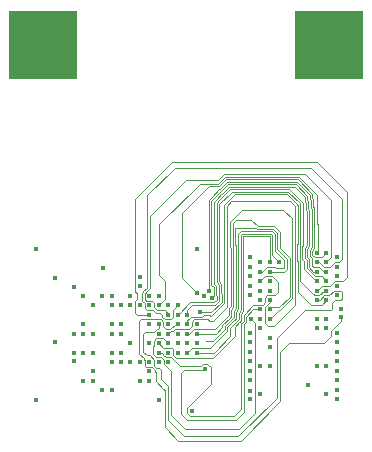
<source format=gbr>
%TF.GenerationSoftware,KiCad,Pcbnew,9.0.3*%
%TF.CreationDate,2025-08-17T15:03:40+03:00*%
%TF.ProjectId,ThingsCore-1,5468696e-6773-4436-9f72-652d312e6b69,rev?*%
%TF.SameCoordinates,Original*%
%TF.FileFunction,Copper,L3,Inr*%
%TF.FilePolarity,Positive*%
%FSLAX46Y46*%
G04 Gerber Fmt 4.6, Leading zero omitted, Abs format (unit mm)*
G04 Created by KiCad (PCBNEW 9.0.3) date 2025-08-17 15:03:40*
%MOMM*%
%LPD*%
G01*
G04 APERTURE LIST*
%TA.AperFunction,ComponentPad*%
%ADD10R,5.800000X5.800000*%
%TD*%
%TA.AperFunction,ViaPad*%
%ADD11C,0.450000*%
%TD*%
%TA.AperFunction,Conductor*%
%ADD12C,0.121700*%
%TD*%
%TA.AperFunction,Conductor*%
%ADD13C,0.100000*%
%TD*%
G04 APERTURE END LIST*
D10*
%TO.N,*%
%TO.C,U1*%
X15307328Y-15308537D03*
X39486338Y-15314455D03*
%TD*%
D11*
%TO.N,GND*%
X22700000Y-42149998D03*
X20350000Y-34200000D03*
X32800000Y-45300000D03*
X21900000Y-41350000D03*
X25100000Y-36550000D03*
X40200000Y-42100000D03*
X33700000Y-42500000D03*
X39300000Y-39300000D03*
X40200000Y-33300000D03*
X21900000Y-37350000D03*
X17950000Y-42100000D03*
X19500000Y-39750000D03*
X32800000Y-36500000D03*
X33700000Y-39300000D03*
X34500000Y-42500000D03*
X27900000Y-46300000D03*
X22700000Y-40550000D03*
X25900000Y-42149998D03*
X40200000Y-42900000D03*
X21900000Y-39750000D03*
X40200000Y-44500000D03*
X25900000Y-37350000D03*
X40200000Y-34900000D03*
X28950000Y-36550000D03*
X37700000Y-44100000D03*
X40200000Y-36500000D03*
X32800000Y-44619850D03*
X40200000Y-40500000D03*
X28300000Y-32550000D03*
X16350000Y-35000000D03*
X19500000Y-42950000D03*
X17950000Y-35800000D03*
X32800000Y-40500000D03*
X23500000Y-35750000D03*
X32800000Y-41300000D03*
X24300002Y-42950000D03*
X16350000Y-40500000D03*
X25900000Y-38950000D03*
X32800000Y-33300000D03*
X34500000Y-40900000D03*
X32800000Y-34900000D03*
X23500002Y-43750000D03*
X20300000Y-44550002D03*
X21100000Y-37350000D03*
X14700000Y-45350000D03*
X18650000Y-41400000D03*
X21100000Y-41350000D03*
X18700000Y-43750000D03*
X25100000Y-45349998D03*
X39300000Y-42500000D03*
X17900000Y-39750000D03*
X14700000Y-32550000D03*
%TO.N,3V3_VDD*%
X22700000Y-36550002D03*
X22700000Y-37349998D03*
X17900000Y-41350000D03*
X23500000Y-42150000D03*
X18700000Y-39750000D03*
X21900000Y-42150000D03*
X23500000Y-34950000D03*
X19500000Y-37350000D03*
X19500000Y-41350000D03*
X21100000Y-44550002D03*
X21100000Y-42150000D03*
X19500000Y-43750002D03*
X24299998Y-43750000D03*
%TO.N,1V25_CORE*%
X18700000Y-38950000D03*
X21900000Y-38950000D03*
X21100000Y-36550000D03*
X21100000Y-39750000D03*
X21100000Y-38950000D03*
X20300000Y-36550000D03*
X18700000Y-36550000D03*
X25100000Y-39750000D03*
%TO.N,1V35_DDR*%
X24299998Y-36550000D03*
X33700000Y-38500000D03*
X40200000Y-41300000D03*
X32800000Y-42100000D03*
X32800000Y-35700000D03*
X32800000Y-43700000D03*
X32800000Y-39700000D03*
X40200000Y-43700000D03*
X32800000Y-42900000D03*
X34500000Y-40100000D03*
X24293963Y-38942155D03*
X39300000Y-44900000D03*
X38500000Y-39300000D03*
X40200000Y-34100000D03*
X39300000Y-38500000D03*
X40200000Y-45300000D03*
X38500000Y-42500000D03*
X33700000Y-44900000D03*
X23500002Y-37350000D03*
X24300000Y-42150000D03*
X40200000Y-35700000D03*
X24273127Y-40549991D03*
X32800000Y-34100000D03*
%TO.N,/DDR3/DDR_VREF*%
X25100000Y-42150000D03*
X40200000Y-39700000D03*
X33700000Y-36900000D03*
%TO.N,/DDR3/DDR_CLK_N*%
X34500000Y-37700000D03*
X28300000Y-39750000D03*
%TO.N,/DDR3/DDR_CLK_P*%
X27500000Y-39750000D03*
X34500000Y-38500000D03*
%TO.N,/DDR3/ZQ*%
X29025000Y-42775000D03*
X33700000Y-37700000D03*
%TO.N,/DDR3/DDR_CKE*%
X32900000Y-38500000D03*
X25900000Y-40550000D03*
%TO.N,/DDR3/DDR_RESETN*%
X39300000Y-32900000D03*
X28350000Y-36300000D03*
%TO.N,/DDR3/DDR_BA1*%
X33700000Y-36100000D03*
X26700000Y-41350000D03*
%TO.N,/DDR3/DDR_RASN*%
X38500000Y-38500000D03*
X28300000Y-38950000D03*
%TO.N,/DDR3/DDR_BA0*%
X28600000Y-37950000D03*
X39300000Y-36100000D03*
%TO.N,/DDR3/DDR_A4*%
X33700000Y-35300000D03*
X25100000Y-41350000D03*
%TO.N,/DDR3/DDR_A2*%
X38500000Y-34500000D03*
X29600000Y-36700000D03*
%TO.N,/DDR3/DDR_A6*%
X33700000Y-34500000D03*
X27500000Y-41350000D03*
%TO.N,/DDR3/DDR_A11*%
X34500000Y-33700000D03*
X25100000Y-40550000D03*
%TO.N,/DDR3/DDR_A1*%
X34500000Y-34500000D03*
X26700000Y-40550000D03*
%TO.N,/DDR3/DDR_A5*%
X29350000Y-36100000D03*
X39300000Y-34500000D03*
%TO.N,/DDR3/DDR_CSN*%
X39300000Y-36900000D03*
X27500000Y-38900000D03*
%TO.N,/DDR3/DDR_A0*%
X27500000Y-38150000D03*
X38500000Y-35300000D03*
%TO.N,/DDR3/DDR_A13*%
X25100000Y-37350000D03*
X38500000Y-32900000D03*
%TO.N,/DDR3/DDR_ODT*%
X26700000Y-38900000D03*
X40500000Y-38350000D03*
%TO.N,/DDR3/DDR_A15*%
X27500000Y-40550000D03*
X34500000Y-36100000D03*
%TO.N,/DDR3/DDR_A7*%
X39300000Y-33700000D03*
X25900000Y-38150000D03*
%TO.N,/DDR3/DDR_BA2*%
X24300000Y-38150000D03*
X24300000Y-37350000D03*
X38500000Y-36100000D03*
%TO.N,/DDR3/DDR_A10*%
X34500000Y-36900000D03*
X25900000Y-39750000D03*
%TO.N,/DDR3/DDR_WEN*%
X25100000Y-38950000D03*
X38500000Y-36900000D03*
%TO.N,/DDR3/DDR_A9*%
X38500000Y-33700000D03*
X26700000Y-37350000D03*
%TO.N,/DDR3/DDR_A3*%
X26700000Y-38150000D03*
X39300000Y-35300000D03*
%TO.N,/DDR3/DDR_A14*%
X28300000Y-41350000D03*
X35300000Y-33700000D03*
%TO.N,/DDR3/DDR_A12*%
X28300000Y-40550000D03*
X34500000Y-35300000D03*
%TO.N,/DDR3/DDR_A8*%
X33700000Y-33700000D03*
X25900000Y-41350000D03*
%TO.N,/DDR3/DDR_CASN*%
X40500000Y-37700000D03*
X26700000Y-39750000D03*
%TD*%
D12*
%TO.N,/DDR3/DDR_CLK_N*%
X31237650Y-37709718D02*
X31237650Y-37810013D01*
X29929740Y-39750000D02*
X28300000Y-39750000D01*
X35335950Y-31153735D02*
X34846260Y-30664050D01*
X34500000Y-37700000D02*
X34688300Y-37511700D01*
X30488300Y-39191440D02*
X29929740Y-39750000D01*
X31236648Y-37986395D02*
X31236650Y-37986397D01*
X35287689Y-37511700D02*
X36180851Y-36618538D01*
X31237650Y-37810013D02*
X31236648Y-37811015D01*
X33465271Y-30664050D02*
X32937450Y-30136229D01*
X31236648Y-37811015D02*
X31236648Y-37986395D01*
X31373400Y-30360034D02*
X31373400Y-32324623D01*
X34846260Y-30664050D02*
X33465271Y-30664050D01*
X31098498Y-38421152D02*
X30488300Y-39031352D01*
X31236650Y-38281583D02*
X31098498Y-38419737D01*
X31423400Y-37523966D02*
X31237650Y-37709718D01*
X31373400Y-32324623D02*
X31423400Y-32374622D01*
X36180851Y-36618538D02*
X36180851Y-33379630D01*
X31098498Y-38419737D02*
X31098498Y-38421152D01*
X31423400Y-32374622D02*
X31423400Y-37523966D01*
X32937450Y-30136229D02*
X31597206Y-30136229D01*
X34688300Y-37511700D02*
X35287689Y-37511700D01*
X30488300Y-39031352D02*
X30488300Y-39191440D01*
X31597206Y-30136229D02*
X31373400Y-30360034D01*
X31236650Y-37986397D02*
X31236650Y-38281583D01*
X35335950Y-32534729D02*
X35335950Y-31153735D01*
X36180851Y-33379630D02*
X35335950Y-32534729D01*
%TO.N,/DDR3/DDR_CLK_P*%
X36338300Y-29937690D02*
X35649149Y-29248539D01*
X32185506Y-29248539D02*
X31161700Y-30272345D01*
X31024948Y-37723326D02*
X31024948Y-38074085D01*
X31211700Y-32462312D02*
X31211700Y-37436278D01*
X35375379Y-37723400D02*
X36392551Y-36706227D01*
X31161700Y-30272345D02*
X31161701Y-32412314D01*
X35276600Y-37723400D02*
X35375379Y-37723400D01*
X31161701Y-32412314D02*
X31211700Y-32462312D01*
X34500000Y-38500000D02*
X35276600Y-37723400D01*
X29870260Y-39350000D02*
X28450000Y-39350000D01*
X31025950Y-37722323D02*
X31024948Y-37723326D01*
X31024948Y-38074085D02*
X31024950Y-38074087D01*
D13*
X28100000Y-39350000D02*
X28450000Y-39350000D01*
D12*
X27500000Y-39750000D02*
X27700000Y-39750000D01*
X28450000Y-39350000D02*
X28400000Y-39350000D01*
X36392551Y-33291940D02*
X36338300Y-33237689D01*
X36392551Y-36706227D02*
X36392551Y-33291940D01*
X31211700Y-37436278D02*
X31025950Y-37622030D01*
X27700000Y-39750000D02*
X28100000Y-39350000D01*
X30886797Y-38333463D02*
X29870260Y-39350000D01*
X31025950Y-37622030D02*
X31025950Y-37722323D01*
X31024950Y-38074087D02*
X31024950Y-38193895D01*
X30886797Y-38332050D02*
X30886797Y-38333463D01*
X36338300Y-33237689D02*
X36338300Y-29937690D01*
X35649149Y-29248539D02*
X32185506Y-29248539D01*
X31024950Y-38193895D02*
X30886797Y-38332050D01*
%TO.N,/DDR3/ZQ*%
X27450000Y-47050000D02*
X26950000Y-46550000D01*
X32488150Y-38329406D02*
X32488150Y-38799972D01*
X33117556Y-37700000D02*
X32488150Y-38329406D01*
X28975000Y-42825000D02*
X29025000Y-42775000D01*
X32350000Y-46350000D02*
X31650000Y-47050000D01*
X27225000Y-42825000D02*
X28975000Y-42825000D01*
X32350000Y-38938122D02*
X32350000Y-46350000D01*
X26950000Y-43100000D02*
X27225000Y-42825000D01*
X33700000Y-37700000D02*
X33117556Y-37700000D01*
X26950000Y-46550000D02*
X26950000Y-43100000D01*
X31650000Y-47050000D02*
X27450000Y-47050000D01*
X32488150Y-38799972D02*
X32350000Y-38938122D01*
D13*
%TO.N,/DDR3/DDR_CKE*%
X25300000Y-41750000D02*
X25550000Y-42000000D01*
D12*
X26100000Y-46600000D02*
X26100000Y-42900000D01*
D13*
X24688150Y-40761850D02*
X24688150Y-40361850D01*
D12*
X32900000Y-38500000D02*
X33211850Y-38811850D01*
X24650000Y-41500000D02*
X24900000Y-41750000D01*
X31900610Y-47800000D02*
X27300000Y-47800000D01*
D13*
X25000000Y-41750000D02*
X25300000Y-41750000D01*
D12*
X24650000Y-40800000D02*
X24650000Y-41500000D01*
X24900000Y-41750000D02*
X25000000Y-41750000D01*
X26100000Y-42900000D02*
X25550000Y-42350000D01*
X24688150Y-40761850D02*
X24650000Y-40800000D01*
X25500000Y-40150000D02*
X25200000Y-40150000D01*
D13*
X24900000Y-40150000D02*
X25500002Y-40150000D01*
D12*
X33211850Y-38811850D02*
X33211850Y-46488760D01*
X27300000Y-47800000D02*
X26100000Y-46600000D01*
D13*
X24688150Y-40361850D02*
X24900000Y-40150000D01*
D12*
X25200000Y-40150000D02*
X25500002Y-40150000D01*
X25900000Y-40550000D02*
X25500000Y-40150000D01*
D13*
X25550000Y-42000000D02*
X25550000Y-42350000D01*
D12*
X33211850Y-46488760D02*
X31900610Y-47800000D01*
%TO.N,/DDR3/DDR_RESETN*%
X27100000Y-29550000D02*
X27100000Y-35050000D01*
X30192821Y-27277600D02*
X29372400Y-27277600D01*
X38317556Y-33300000D02*
X38088150Y-33070594D01*
X38181900Y-28986177D02*
X38181900Y-28386176D01*
X38181900Y-28386176D02*
X38088156Y-28292433D01*
X38281900Y-32535655D02*
X38281900Y-29086176D01*
X39300000Y-32900000D02*
X38900000Y-33300000D01*
X38088150Y-32729406D02*
X38281900Y-32535655D01*
X38088156Y-27893232D02*
X36875719Y-26680800D01*
D13*
X38700000Y-33300000D02*
X38300000Y-33300000D01*
D12*
X38900000Y-33300000D02*
X38700000Y-33300000D01*
X38088150Y-33070594D02*
X38088150Y-32729406D01*
X38088156Y-28292433D02*
X38088156Y-27893232D01*
X38281900Y-29086176D02*
X38181900Y-28986177D01*
X27100000Y-35050000D02*
X28350000Y-36300000D01*
X36875719Y-26680800D02*
X30789622Y-26680800D01*
X30789622Y-26680800D02*
X30192821Y-27277600D01*
X29372400Y-27277600D02*
X27100000Y-29550000D01*
D13*
%TO.N,/DDR3/DDR_BA0*%
X38300000Y-36500000D02*
X38200000Y-36400000D01*
D12*
X30436256Y-36353625D02*
X30398950Y-36316317D01*
X31258311Y-27742300D02*
X36041080Y-27742300D01*
X30398950Y-35530165D02*
X30201150Y-35332367D01*
X37026655Y-28727876D02*
X37026655Y-28730704D01*
X30436250Y-37046387D02*
X30436250Y-36564451D01*
X37073400Y-28778867D02*
X37073400Y-32244385D01*
X30201150Y-35332367D02*
X30201150Y-28799461D01*
X37027650Y-32290135D02*
X37027651Y-33509870D01*
D13*
X39300000Y-36100000D02*
X39067100Y-36100000D01*
D12*
X30201150Y-28799461D02*
X31258311Y-27742300D01*
X36041080Y-27742300D02*
X37026655Y-28727876D01*
X28600000Y-37950000D02*
X29532637Y-37950000D01*
D13*
X39067100Y-36100000D02*
X38667100Y-36500000D01*
D12*
X37071401Y-28775450D02*
X37071401Y-28776868D01*
X37073400Y-35273400D02*
X38200000Y-36400000D01*
X37073400Y-33555619D02*
X37073400Y-35273400D01*
X37071401Y-28776868D02*
X37073400Y-28778867D01*
X30398950Y-36316317D02*
X30398950Y-35530165D01*
X30436250Y-36564451D02*
X30436256Y-36353625D01*
X37073400Y-32244385D02*
X37027650Y-32290135D01*
X29532637Y-37950000D02*
X30436250Y-37046387D01*
D13*
X38667100Y-36500000D02*
X38300000Y-36500000D01*
D12*
X37026655Y-28730704D02*
X37071401Y-28775450D01*
X37027651Y-33509870D02*
X37073400Y-33555619D01*
%TO.N,/DDR3/DDR_A4*%
X33116451Y-37300000D02*
X33500000Y-37300000D01*
X32137300Y-38850018D02*
X32275450Y-38711868D01*
D13*
X34100000Y-37100000D02*
X34100000Y-36801000D01*
D12*
X27729406Y-46711850D02*
X31488150Y-46711850D01*
X32100000Y-38888734D02*
X32137300Y-38851434D01*
D13*
X34100000Y-34900000D02*
X33700000Y-35300000D01*
X34300000Y-36500000D02*
X34900000Y-36500000D01*
D12*
X32276450Y-38140001D02*
X33116451Y-37300000D01*
X32100000Y-46100000D02*
X32100000Y-38888734D01*
D13*
X25700000Y-41750000D02*
X25488152Y-41538152D01*
D12*
X25400000Y-41350000D02*
X25488152Y-41438152D01*
D13*
X26100000Y-41750000D02*
X25700000Y-41750000D01*
D12*
X28854406Y-42363150D02*
X29195594Y-42363150D01*
X26875000Y-42525000D02*
X28692556Y-42525000D01*
D13*
X34100000Y-36801000D02*
X34099000Y-36800000D01*
D12*
X29195594Y-42363150D02*
X29357444Y-42525000D01*
X28692556Y-42525000D02*
X28854406Y-42363150D01*
D13*
X33500000Y-37300000D02*
X33900000Y-37300000D01*
D12*
X35200000Y-35400000D02*
X34700000Y-34900000D01*
X32276450Y-38240303D02*
X32276450Y-38140001D01*
D13*
X25488152Y-41538152D02*
X25488152Y-41520594D01*
X26200000Y-41850000D02*
X26100000Y-41750000D01*
D12*
X26200000Y-41850000D02*
X26875000Y-42525000D01*
D13*
X34700000Y-34900000D02*
X34100000Y-34900000D01*
D12*
X29462096Y-42525000D02*
X29510850Y-42573754D01*
X25488152Y-41438152D02*
X25488152Y-41520594D01*
D13*
X33900000Y-37300000D02*
X34100000Y-37100000D01*
D12*
X27488150Y-46470594D02*
X27729406Y-46711850D01*
D13*
X34099000Y-36800000D02*
X34099000Y-36701000D01*
X34099000Y-36701000D02*
X34300000Y-36500000D01*
D12*
X29510850Y-44039150D02*
X27488150Y-46061850D01*
X29357444Y-42525000D02*
X29462096Y-42525000D01*
X31488150Y-46711850D02*
X32100000Y-46100000D01*
X35200000Y-36200000D02*
X35200000Y-35400000D01*
X25100000Y-41350000D02*
X25400000Y-41350000D01*
X32137300Y-38851434D02*
X32137300Y-38850018D01*
X27488150Y-46061850D02*
X27488150Y-46470594D01*
X32275450Y-38711868D02*
X32275450Y-38241302D01*
X32275450Y-38241302D02*
X32276450Y-38240303D01*
X29510850Y-42573754D02*
X29510850Y-44039150D01*
X34900000Y-36500000D02*
X35200000Y-36200000D01*
%TO.N,/DDR3/DDR_A2*%
X37757505Y-28737355D02*
X37757502Y-28737358D01*
X29804200Y-28265002D02*
X29804200Y-28249658D01*
X38198170Y-34500000D02*
X38500000Y-34500000D01*
X37757500Y-29161970D02*
X37857500Y-29261970D01*
X37708501Y-28512971D02*
X37757505Y-28561975D01*
X37663756Y-28069025D02*
X37663756Y-28466810D01*
X30367203Y-27702000D02*
X30368612Y-27702000D01*
X30965415Y-27105200D02*
X36699928Y-27105200D01*
X37663756Y-28466810D02*
X37708501Y-28511556D01*
X37757505Y-28561975D02*
X37757505Y-28737355D01*
X29761850Y-36538150D02*
X29761850Y-35794062D01*
X37837100Y-33419736D02*
X37837100Y-34138930D01*
X37664750Y-32554029D02*
X37664750Y-33247386D01*
X36699928Y-27105200D02*
X37663756Y-28069025D01*
X29600000Y-36700000D02*
X29761850Y-36538150D01*
X37857500Y-29261970D02*
X37857499Y-32361278D01*
X30368612Y-27702000D02*
X30965415Y-27105200D01*
X29761850Y-35794062D02*
X29564050Y-35596262D01*
X37757502Y-28737358D02*
X37757500Y-29161970D01*
X37664750Y-33247386D02*
X37837100Y-33419736D01*
X37857499Y-32361278D02*
X37664750Y-32554029D01*
X29564050Y-28505152D02*
X29804200Y-28265002D01*
X30299657Y-27754200D02*
X30315002Y-27754200D01*
X30315002Y-27754200D02*
X30367203Y-27702000D01*
X29564050Y-35596262D02*
X29564050Y-28505152D01*
X37708501Y-28511556D02*
X37708501Y-28512971D01*
X37837100Y-34138930D02*
X38198170Y-34500000D01*
X29804200Y-28249658D02*
X30299657Y-27754200D01*
%TO.N,/DDR3/DDR_A6*%
X31521900Y-38596525D02*
X31484600Y-38633828D01*
X32089465Y-31087450D02*
X31846800Y-31330115D01*
X31846800Y-31330115D02*
X31846800Y-37699342D01*
X34912550Y-32730106D02*
X34912550Y-31329115D01*
X34912550Y-31329115D02*
X34670884Y-31087450D01*
X31484600Y-38633828D02*
X30912700Y-39205730D01*
D13*
X28900000Y-40950000D02*
X28950000Y-41000000D01*
D12*
X30912700Y-39488103D02*
X29400803Y-41000000D01*
D13*
X34250000Y-34100000D02*
X33850000Y-34500000D01*
D12*
X34670884Y-31087450D02*
X32089465Y-31087450D01*
D13*
X34600000Y-34100000D02*
X34250000Y-34100000D01*
D12*
X31660050Y-37986394D02*
X31660050Y-38456959D01*
D13*
X27900000Y-40950000D02*
X28900000Y-40950000D01*
D12*
X31660050Y-38456959D02*
X31521900Y-38595111D01*
X34950000Y-34100000D02*
X35050000Y-34200000D01*
X34600000Y-34100000D02*
X34950000Y-34100000D01*
X29400803Y-41000000D02*
X28950000Y-41000000D01*
X35711850Y-33529406D02*
X34912550Y-32730106D01*
X35675115Y-34200000D02*
X35711850Y-34163265D01*
X31661050Y-37885094D02*
X31661050Y-37985393D01*
X31521900Y-38595111D02*
X31521900Y-38596525D01*
X30912700Y-39205730D02*
X30912700Y-39488103D01*
X31846800Y-37699342D02*
X31661050Y-37885094D01*
X35050000Y-34200000D02*
X35675115Y-34200000D01*
D13*
X33850000Y-34500000D02*
X33700000Y-34500000D01*
D12*
X31661050Y-37985393D02*
X31660050Y-37986394D01*
X35711850Y-34163265D02*
X35711850Y-33529406D01*
D13*
X27500000Y-41350000D02*
X27900000Y-40950000D01*
%TO.N,/DDR3/DDR_A11*%
X25500000Y-40950000D02*
X26200000Y-40950000D01*
X26300000Y-41550000D02*
X26550000Y-41800000D01*
X31550000Y-39154691D02*
X31898150Y-38806539D01*
X32073600Y-38628258D02*
X32073600Y-38157692D01*
X31898150Y-38806539D02*
X31898150Y-38805124D01*
X26200000Y-40950000D02*
X26300000Y-41050000D01*
X32260350Y-37870641D02*
X32260350Y-31500000D01*
X31935450Y-38767824D02*
X31935450Y-38766408D01*
X26550000Y-41800000D02*
X29700000Y-41800000D01*
X31898150Y-38805124D02*
X31935450Y-38767824D01*
X25100000Y-40550000D02*
X25500000Y-40950000D01*
X31550000Y-39950000D02*
X31550000Y-39154691D01*
X31935450Y-38766408D02*
X32073600Y-38628258D01*
X32074600Y-38156692D02*
X32074600Y-38056391D01*
X29700000Y-41800000D02*
X31550000Y-39950000D01*
X32074600Y-38056391D02*
X32260350Y-37870641D01*
X32073600Y-38157692D02*
X32074600Y-38156692D01*
X32260350Y-31500000D02*
X34500000Y-31500000D01*
X34500000Y-31500000D02*
X34500000Y-33700000D01*
X26300000Y-41050000D02*
X26300000Y-41550000D01*
D12*
%TO.N,/DDR3/DDR_A1*%
X35124250Y-32622419D02*
X35124250Y-31241425D01*
X33377581Y-30875750D02*
X33299555Y-30797724D01*
X35969151Y-33467320D02*
X35124250Y-32622419D01*
X31635100Y-37611654D02*
X31449350Y-37797406D01*
X29700000Y-40400000D02*
X29100000Y-40400000D01*
X31585100Y-30797724D02*
X31585100Y-32236933D01*
X31448350Y-38369271D02*
X31310199Y-38507424D01*
X35717178Y-34500000D02*
X35969151Y-34248027D01*
X31449350Y-37797406D02*
X31449350Y-37897703D01*
X34500000Y-34500000D02*
X35717178Y-34500000D01*
X34758572Y-30875750D02*
X33377581Y-30875750D01*
X31310199Y-38508840D02*
X30700000Y-39119040D01*
X31310199Y-38507424D02*
X31310199Y-38508840D01*
X31635100Y-32286933D02*
X31635100Y-37611654D01*
X35124250Y-31241425D02*
X34758572Y-30875750D01*
X31585100Y-32236933D02*
X31635100Y-32286933D01*
X31449350Y-37897703D02*
X31448350Y-37898705D01*
X33299555Y-30797724D02*
X31585100Y-30797724D01*
X31448350Y-37898705D02*
X31448350Y-38369271D01*
X35969151Y-34248027D02*
X35969151Y-33467320D01*
X30700000Y-39400000D02*
X29700000Y-40400000D01*
X30700000Y-39119040D02*
X30700000Y-39400000D01*
%TO.N,/DDR3/DDR_A5*%
X38070200Y-33970200D02*
X38070200Y-33352034D01*
X37876450Y-33158283D02*
X37876450Y-32641717D01*
X29591500Y-28176898D02*
X29350000Y-28418398D01*
X30211553Y-27541500D02*
X29591500Y-28161556D01*
X37970200Y-28473866D02*
X37876456Y-28380122D01*
X30226898Y-27541500D02*
X30211553Y-27541500D01*
D13*
X39300000Y-34500000D02*
X39100000Y-34500000D01*
D12*
X30280509Y-27489300D02*
X30279098Y-27489300D01*
X29350000Y-28418398D02*
X29350000Y-36100000D01*
X37876456Y-28380122D02*
X37876456Y-27980922D01*
X37876450Y-32641717D02*
X38070200Y-32447966D01*
X36788031Y-26892500D02*
X30877311Y-26892500D01*
D13*
X38700000Y-34100000D02*
X38200000Y-34100000D01*
D12*
X38070200Y-29173866D02*
X37970200Y-29073866D01*
X29591500Y-28161556D02*
X29591500Y-28176898D01*
X38200000Y-34100000D02*
X38070200Y-33970200D01*
X30877311Y-26892500D02*
X30280509Y-27489300D01*
X38070200Y-32447966D02*
X38070200Y-29173866D01*
X30279098Y-27489300D02*
X30226898Y-27541500D01*
X37970200Y-29073866D02*
X37970200Y-28473866D01*
D13*
X39100000Y-34500000D02*
X38700000Y-34100000D01*
D12*
X37876456Y-27980922D02*
X36788031Y-26892500D01*
X38070200Y-33352034D02*
X37876450Y-33158283D01*
D13*
%TO.N,/DDR3/DDR_CSN*%
X38900000Y-37300000D02*
X38332900Y-37300000D01*
D12*
X30648960Y-32301650D02*
X30588300Y-32362310D01*
D13*
X27666100Y-38551000D02*
X27599000Y-38551000D01*
D12*
X36814955Y-28815566D02*
X36637689Y-28638300D01*
D13*
X28432900Y-38350000D02*
X27867100Y-38350000D01*
D12*
X36859701Y-28864557D02*
X36859701Y-28863140D01*
X36636275Y-28638300D02*
X35951977Y-27954000D01*
X30647950Y-36617531D02*
X30647950Y-37135491D01*
X36861700Y-28866557D02*
X36859701Y-28864557D01*
X35951977Y-27954000D02*
X31546611Y-27954000D01*
X36815950Y-32202445D02*
X36861700Y-32156695D01*
D13*
X27599000Y-38551000D02*
X27500000Y-38650000D01*
X27867100Y-38350000D02*
X27666100Y-38551000D01*
D12*
X36861700Y-33643308D02*
X36815951Y-33597559D01*
X30646950Y-36264924D02*
X30647961Y-36265936D01*
X36861700Y-32156695D02*
X36861700Y-28866557D01*
D13*
X39300000Y-36900000D02*
X38900000Y-37300000D01*
X28433900Y-38351000D02*
X28432900Y-38350000D01*
D12*
X30647960Y-36617521D02*
X30647950Y-36617531D01*
X36861700Y-36211700D02*
X36861700Y-33643308D01*
X30647950Y-37135491D02*
X29620740Y-38162700D01*
X36814955Y-28818393D02*
X36814955Y-28815566D01*
D13*
X27500000Y-38650000D02*
X27500000Y-38900000D01*
X29400000Y-38250000D02*
X29400000Y-38200000D01*
D12*
X29620740Y-38162700D02*
X29619327Y-38162700D01*
X30588300Y-32362310D02*
X30588300Y-35087690D01*
D13*
X28917100Y-38200000D02*
X28766100Y-38351000D01*
D12*
X30646950Y-35146340D02*
X30646950Y-36264924D01*
X29619327Y-38162700D02*
X29532027Y-38250000D01*
X31546611Y-27954000D02*
X30648960Y-28851651D01*
X38332900Y-37300000D02*
X37950000Y-37300000D01*
X30648960Y-28851651D02*
X30648960Y-32301650D01*
X30647961Y-36265936D02*
X30647960Y-36617521D01*
X30588300Y-35087690D02*
X30646950Y-35146340D01*
X37950000Y-37300000D02*
X36861700Y-36211700D01*
D13*
X29400000Y-38200000D02*
X28917100Y-38200000D01*
D12*
X29532027Y-38250000D02*
X29400000Y-38250000D01*
X36815951Y-33597559D02*
X36815950Y-32202445D01*
X36637689Y-28638300D02*
X36636275Y-28638300D01*
X36859701Y-28863140D02*
X36814955Y-28818393D01*
D13*
X28766100Y-38351000D02*
X28433900Y-38351000D01*
D12*
%TO.N,/DDR3/DDR_A0*%
X37239351Y-33422180D02*
X37239350Y-32377824D01*
X37410700Y-33593529D02*
X37239351Y-33422180D01*
X36128768Y-27530600D02*
X31141620Y-27530600D01*
X37238355Y-28643014D02*
X37238356Y-28640188D01*
X37332102Y-28738179D02*
X37283101Y-28689178D01*
X38395149Y-35300000D02*
X37410700Y-34315551D01*
X37332100Y-29338176D02*
X37332102Y-28738179D01*
X29989450Y-28681359D02*
X29989450Y-35420056D01*
X37283101Y-28689178D02*
X37283101Y-28687760D01*
X31141620Y-27530600D02*
X30544818Y-28127400D01*
X30187250Y-36404003D02*
X30224553Y-36441308D01*
X37239350Y-32377824D02*
X37335100Y-32282074D01*
X30544818Y-28127400D02*
X30543408Y-28127400D01*
X30543408Y-28127400D02*
X30491206Y-28179601D01*
X37335100Y-29341176D02*
X37332100Y-29338176D01*
X38500000Y-35300000D02*
X38395149Y-35300000D01*
X30224550Y-36547032D02*
X30224550Y-36958698D01*
X30224553Y-36441308D02*
X30224550Y-36547032D01*
X37238356Y-28640188D02*
X36128768Y-27530600D01*
X37410700Y-34301413D02*
X37410700Y-33593529D01*
X30229600Y-28425864D02*
X30229600Y-28441208D01*
X30224550Y-36958698D02*
X29857698Y-37325550D01*
X30491206Y-28179601D02*
X30475863Y-28179600D01*
X27500000Y-37750000D02*
X27500000Y-38150000D01*
X30187250Y-35617855D02*
X30187250Y-36404003D01*
X30229600Y-28441208D02*
X29989450Y-28681359D01*
X37335100Y-32282074D02*
X37335100Y-29341176D01*
X30475863Y-28179600D02*
X30229600Y-28425864D01*
X37283101Y-28687760D02*
X37238355Y-28643014D01*
X29989450Y-35420056D02*
X30187250Y-35617855D01*
X37410700Y-34315551D02*
X37410700Y-34300000D01*
X29857698Y-37325550D02*
X27924450Y-37325550D01*
X27924450Y-37325550D02*
X27500000Y-37750000D01*
%TO.N,/DDR3/DDR_A13*%
X30701518Y-26468100D02*
X30104718Y-27064900D01*
X38500000Y-30454888D02*
X38500000Y-28004274D01*
X25650000Y-36800000D02*
X25100000Y-37350000D01*
X38500000Y-32900000D02*
X38543599Y-32856401D01*
X36963825Y-26468100D02*
X30701518Y-26468100D01*
X25650000Y-35300000D02*
X25650000Y-36800000D01*
X25150000Y-30500000D02*
X25150000Y-34800000D01*
X38543599Y-32856401D02*
X38543599Y-30498486D01*
X38500000Y-28004274D02*
X36963825Y-26468100D01*
X25150000Y-34800000D02*
X25650000Y-35300000D01*
X28585100Y-27064900D02*
X25150000Y-30500000D01*
X38543599Y-30498486D02*
X38500000Y-30454888D01*
X30104718Y-27064900D02*
X28585100Y-27064900D01*
D13*
%TO.N,/DDR3/DDR_ODT*%
X24482446Y-42550000D02*
X24516223Y-42583777D01*
D12*
X24750000Y-42950000D02*
X24750000Y-42817554D01*
D13*
X25100000Y-38500000D02*
X25050000Y-38550000D01*
D12*
X25600000Y-44500000D02*
X25500000Y-44400000D01*
X36150000Y-40550000D02*
X35400000Y-41300000D01*
D13*
X26067100Y-39350000D02*
X25725000Y-39350000D01*
X23450000Y-38700000D02*
X23450000Y-41450000D01*
X25050000Y-38550000D02*
X23600000Y-38550000D01*
D12*
X32050000Y-48800000D02*
X26750000Y-48800000D01*
D13*
X24000000Y-42550000D02*
X24482446Y-42550000D01*
D12*
X25600000Y-47650000D02*
X25600000Y-45800000D01*
D13*
X25725000Y-39350000D02*
X25500000Y-39125000D01*
X25500000Y-39125000D02*
X25500000Y-38750000D01*
D12*
X24750000Y-42817554D02*
X24516223Y-42583777D01*
X39650000Y-39950000D02*
X39050000Y-40550000D01*
D13*
X23850000Y-41850000D02*
X23850000Y-41950000D01*
D12*
X24900000Y-43100000D02*
X24850000Y-43050000D01*
X35400000Y-45450000D02*
X32050000Y-48800000D01*
D13*
X25250000Y-38500000D02*
X25100000Y-38500000D01*
X23600000Y-38550000D02*
X23450000Y-38700000D01*
X23900000Y-42450000D02*
X24000000Y-42550000D01*
X23850000Y-41950000D02*
X23900000Y-42000000D01*
D12*
X24900000Y-43800000D02*
X24900000Y-43700000D01*
D13*
X26700000Y-38900000D02*
X26517100Y-38900000D01*
D12*
X39050000Y-40550000D02*
X36150000Y-40550000D01*
X39650000Y-39532444D02*
X39650000Y-39950000D01*
D13*
X26517100Y-38900000D02*
X26067100Y-39350000D01*
D12*
X24900000Y-43700000D02*
X24900000Y-43100000D01*
X24850000Y-43050000D02*
X24750000Y-42950000D01*
D13*
X23900000Y-42000000D02*
X23900000Y-42450000D01*
D12*
X26750000Y-48800000D02*
X25600000Y-47650000D01*
D13*
X25500000Y-38750000D02*
X25250000Y-38500000D01*
D12*
X35400000Y-41300000D02*
X35400000Y-45450000D01*
X25600000Y-45800000D02*
X25600000Y-44500000D01*
X40500000Y-38350000D02*
X40500000Y-38682444D01*
X25500000Y-44400000D02*
X24900000Y-43800000D01*
X40500000Y-38682444D02*
X39650000Y-39532444D01*
D13*
X23450000Y-41450000D02*
X23850000Y-41850000D01*
D12*
%TO.N,/DDR3/DDR_A7*%
X24350000Y-34715955D02*
X24350850Y-34716805D01*
D13*
X24945895Y-37761850D02*
X24950000Y-37761850D01*
D12*
X39711850Y-28461850D02*
X37506408Y-26256408D01*
D13*
X24700000Y-37150000D02*
X24700000Y-37515955D01*
D12*
X25900000Y-38050000D02*
X25611850Y-37761850D01*
X27400000Y-26750000D02*
X24350000Y-29800000D01*
X24350000Y-34884045D02*
X24350000Y-35917554D01*
D13*
X23898998Y-36368556D02*
X23898998Y-36848998D01*
D12*
X25900000Y-38150000D02*
X25900000Y-38050000D01*
X24350000Y-29800000D02*
X24350000Y-34715955D01*
D13*
X23898998Y-36848998D02*
X24000000Y-36950000D01*
D12*
X39300000Y-33700000D02*
X39711850Y-33288150D01*
D13*
X24500000Y-36950000D02*
X24700000Y-37150000D01*
D12*
X30120228Y-26750000D02*
X27400000Y-26750000D01*
X25611850Y-37761850D02*
X24950000Y-37761850D01*
X30613820Y-26256408D02*
X30120228Y-26750000D01*
X37506408Y-26256408D02*
X30613820Y-26256408D01*
X24350000Y-35917554D02*
X24000000Y-36267554D01*
X24350850Y-34883195D02*
X24350000Y-34884045D01*
X24350850Y-34716805D02*
X24350850Y-34883195D01*
X39711850Y-33288150D02*
X39711850Y-28461850D01*
X24950000Y-37761850D02*
X25400000Y-37761850D01*
D13*
X24000000Y-36267554D02*
X23898998Y-36368556D01*
X25900000Y-38150000D02*
X25900002Y-38150000D01*
X24700000Y-37515955D02*
X24945895Y-37761850D01*
X24000000Y-36950000D02*
X24500000Y-36950000D01*
%TO.N,/DDR3/DDR_BA2*%
X23100000Y-37550000D02*
X23100000Y-37000000D01*
X40450000Y-35300000D02*
X40000000Y-35300000D01*
X23100000Y-37000000D02*
X23250000Y-36850000D01*
X23250000Y-38150000D02*
X23100000Y-38000000D01*
X23100000Y-36200000D02*
X23100000Y-35600000D01*
D12*
X41050000Y-34950000D02*
X40800000Y-35200000D01*
X23100000Y-35550000D02*
X23088150Y-35538150D01*
X23088150Y-35538150D02*
X23088150Y-28361850D01*
X23088150Y-28361850D02*
X26200000Y-25250000D01*
D13*
X40000000Y-35300000D02*
X39600000Y-35700000D01*
X23100000Y-35600000D02*
X23100000Y-35550000D01*
X24300000Y-37350000D02*
X24300000Y-37261886D01*
X23250000Y-36850000D02*
X23250000Y-36350000D01*
X24300000Y-38150000D02*
X23250000Y-38150000D01*
X23250000Y-36350000D02*
X23100000Y-36200000D01*
D12*
X26200000Y-25250000D02*
X38500000Y-25250000D01*
D13*
X23100000Y-38000000D02*
X23100000Y-37500000D01*
X38900000Y-35700000D02*
X38500000Y-36100000D01*
D12*
X38500000Y-25250000D02*
X41050000Y-27800000D01*
X40700000Y-35300000D02*
X40450000Y-35300000D01*
X40800000Y-35200000D02*
X40700000Y-35300000D01*
X41050000Y-27800000D02*
X41050000Y-34950000D01*
D13*
X39600000Y-35700000D02*
X38900000Y-35700000D01*
D12*
%TO.N,/DDR3/DDR_A10*%
X29950000Y-38400000D02*
X30860660Y-37489340D01*
X36604251Y-28904251D02*
X36604251Y-37345749D01*
D13*
X28100000Y-38550000D02*
X29250000Y-38550000D01*
D12*
X30860660Y-28939340D02*
X31250000Y-28550000D01*
D13*
X26110000Y-39540000D02*
X26310000Y-39540000D01*
X34500000Y-37100000D02*
X34500000Y-36900000D01*
X27899000Y-39101000D02*
X27899000Y-38951000D01*
D12*
X31252829Y-28550000D02*
X36245759Y-28550000D01*
D13*
X29350000Y-38650000D02*
X29700000Y-38650000D01*
X34100000Y-38850000D02*
X34100000Y-37500000D01*
X27900000Y-38750000D02*
X28100000Y-38550000D01*
X29700000Y-38650000D02*
X29950000Y-38400000D01*
X27900000Y-38950000D02*
X27900000Y-38750000D01*
X29250000Y-38550000D02*
X29350000Y-38650000D01*
D12*
X36604251Y-37345749D02*
X35200000Y-38750000D01*
X36245759Y-28550000D02*
X36547879Y-28852121D01*
D13*
X34100000Y-37500000D02*
X34500000Y-37100000D01*
D12*
X31251414Y-28551415D02*
X31252829Y-28550000D01*
D13*
X27899000Y-38951000D02*
X27900000Y-38950000D01*
X25900000Y-39750000D02*
X26110000Y-39540000D01*
X26310000Y-39540000D02*
X26511850Y-39338150D01*
D12*
X30860660Y-37489340D02*
X30860660Y-28939340D01*
D13*
X26511850Y-39338150D02*
X27661850Y-39338150D01*
D12*
X36550000Y-28850000D02*
X36604251Y-28904251D01*
D13*
X27661850Y-39338150D02*
X27899000Y-39101000D01*
X34850000Y-39100000D02*
X34350000Y-39100000D01*
X35200000Y-38750000D02*
X34850000Y-39100000D01*
X34350000Y-39100000D02*
X34100000Y-38850000D01*
D12*
%TO.N,/DDR3/DDR_WEN*%
X24100000Y-41600000D02*
X24332444Y-41600000D01*
X25850000Y-44150000D02*
X25850000Y-47050000D01*
X39700000Y-37750000D02*
X39750000Y-37700000D01*
X23800000Y-41300000D02*
X24100000Y-41600000D01*
X25850000Y-47050000D02*
X27250000Y-48450000D01*
D13*
X24900000Y-42650000D02*
X25100000Y-42650000D01*
X25100000Y-42650000D02*
X25300000Y-42850000D01*
D12*
X39988150Y-36911850D02*
X40488150Y-36911850D01*
X35100000Y-40100000D02*
X37450000Y-37750000D01*
X24332444Y-41600000D02*
X24700000Y-41967556D01*
X25100000Y-39300000D02*
X25061850Y-39338150D01*
D13*
X39100000Y-36500000D02*
X38714142Y-36885858D01*
D12*
X40650000Y-36750000D02*
X40650000Y-36250000D01*
X40488150Y-36911850D02*
X40650000Y-36750000D01*
X24617556Y-39650000D02*
X23950000Y-39650000D01*
X25300000Y-43350000D02*
X25300000Y-43600000D01*
D13*
X38714142Y-36885858D02*
X38514142Y-36885858D01*
X40450000Y-36100000D02*
X39900000Y-36100000D01*
D12*
X39750000Y-37700000D02*
X39750000Y-37150000D01*
X24688150Y-39579406D02*
X24617556Y-39650000D01*
D13*
X25300000Y-42850000D02*
X25300000Y-43350000D01*
D12*
X40650000Y-36250000D02*
X40500000Y-36100000D01*
X39750000Y-37150000D02*
X39988150Y-36911850D01*
X37450000Y-37750000D02*
X39700000Y-37750000D01*
X25100000Y-38950000D02*
X25100000Y-39300000D01*
D13*
X38514142Y-36885858D02*
X38500000Y-36900000D01*
D12*
X31850000Y-48450000D02*
X35100000Y-45200000D01*
X35100000Y-45200000D02*
X35100000Y-40100000D01*
D13*
X39500000Y-36500000D02*
X39100000Y-36500000D01*
D12*
X40500000Y-36100000D02*
X40450000Y-36100000D01*
D13*
X24700000Y-42050000D02*
X24700000Y-42450000D01*
D12*
X23950000Y-39650000D02*
X23800000Y-39800000D01*
X25061850Y-39338150D02*
X24929406Y-39338150D01*
X27250000Y-48450000D02*
X31850000Y-48450000D01*
X25300000Y-43600000D02*
X25850000Y-44150000D01*
X24929406Y-39338150D02*
X24688150Y-39579406D01*
D13*
X24700000Y-42450000D02*
X24900000Y-42650000D01*
D12*
X23800000Y-39800000D02*
X23800000Y-41300000D01*
D13*
X39900000Y-36100000D02*
X39500000Y-36500000D01*
D12*
X24700000Y-41967556D02*
X24700000Y-42050000D01*
%TO.N,/DDR3/DDR_A9*%
X40650000Y-33300000D02*
X40650000Y-28350000D01*
D13*
X39000000Y-34050000D02*
X39050000Y-34100000D01*
X40650000Y-33450000D02*
X40650000Y-33300000D01*
X25400000Y-38350000D02*
X25600000Y-38550000D01*
X26300000Y-38350000D02*
X26300000Y-37750000D01*
X26100000Y-38550000D02*
X26300000Y-38350000D01*
D12*
X40650000Y-28350000D02*
X38000000Y-25700000D01*
X24100000Y-35866750D02*
X23787300Y-36179450D01*
D13*
X25200000Y-38000000D02*
X25400000Y-38200000D01*
X39050000Y-34100000D02*
X39500000Y-34100000D01*
D12*
X38000000Y-25700000D02*
X26450000Y-25700000D01*
D13*
X40033900Y-33699000D02*
X40034900Y-33700000D01*
X39500000Y-34100000D02*
X39632900Y-34100000D01*
X38650000Y-33700000D02*
X39000000Y-34050000D01*
X23900000Y-37550000D02*
X24100000Y-37750000D01*
X38500000Y-33700000D02*
X38650000Y-33700000D01*
D12*
X26450000Y-25700000D02*
X24100000Y-28050000D01*
D13*
X25600000Y-38550000D02*
X26100000Y-38550000D01*
X40034900Y-33700000D02*
X40400000Y-33700000D01*
X24650000Y-37750000D02*
X24900000Y-38000000D01*
X24100000Y-37750000D02*
X24650000Y-37750000D01*
X40400000Y-33700000D02*
X40650000Y-33450000D01*
D12*
X23697148Y-36284947D02*
X23697148Y-36964702D01*
X23697148Y-36964702D02*
X23900000Y-37167554D01*
X23787300Y-36179450D02*
X23787300Y-36194795D01*
D13*
X24900000Y-38000000D02*
X25200000Y-38000000D01*
D12*
X23787300Y-36194795D02*
X23697148Y-36284947D01*
D13*
X23900000Y-37250000D02*
X23900000Y-37550000D01*
D12*
X24100000Y-28050000D02*
X24100000Y-35866750D01*
D13*
X26300000Y-37750000D02*
X26700000Y-37350000D01*
X39632900Y-34100000D02*
X40033900Y-33699000D01*
D12*
X23900000Y-37167554D02*
X23900000Y-37250000D01*
D13*
X25400000Y-38200000D02*
X25400000Y-38350000D01*
D12*
%TO.N,/DDR3/DDR_A3*%
X38298780Y-34900000D02*
X38317556Y-34900000D01*
X30387760Y-27966900D02*
X30403105Y-27966900D01*
X36611825Y-27317900D02*
X37451056Y-28157128D01*
X30403105Y-27966900D02*
X30455306Y-27914700D01*
X30011850Y-36870594D02*
X30011850Y-36529406D01*
X37544800Y-29250074D02*
X37644800Y-29350074D01*
X37451056Y-28157128D02*
X37451056Y-28554913D01*
X30016900Y-28353105D02*
X30016900Y-28337761D01*
X29974550Y-36492104D02*
X29974550Y-35705958D01*
X29974550Y-35705958D02*
X29776750Y-35508159D01*
X37644800Y-29350074D02*
X37644799Y-32273176D01*
X29776750Y-28593256D02*
X30016900Y-28353105D01*
X37452051Y-33334077D02*
X37624400Y-33506426D01*
X37451056Y-28554913D02*
X37495801Y-28599659D01*
X37495801Y-28599659D02*
X37495801Y-28601075D01*
X30455306Y-27914700D02*
X30456715Y-27914700D01*
D13*
X38317556Y-34900000D02*
X38900000Y-34900000D01*
D12*
X26700000Y-38150000D02*
X27738150Y-37111850D01*
X37624400Y-33506426D02*
X37624400Y-34225620D01*
X37495801Y-28601075D02*
X37544802Y-28650075D01*
X30456715Y-27914700D02*
X31053517Y-27317900D01*
D13*
X38900000Y-34900000D02*
X39300000Y-35300000D01*
D12*
X30011850Y-36529406D02*
X29974550Y-36492104D01*
X37624400Y-34225620D02*
X38298780Y-34900000D01*
X29770594Y-37111850D02*
X30011850Y-36870594D01*
X31053517Y-27317900D02*
X36611825Y-27317900D01*
X27738150Y-37111850D02*
X29770594Y-37111850D01*
X37644799Y-32273176D02*
X37452050Y-32465927D01*
X37544802Y-28650075D02*
X37544800Y-29250074D01*
X37452050Y-32465927D02*
X37452051Y-33334077D01*
X30016900Y-28337761D02*
X30387760Y-27966900D01*
X29776750Y-35508159D02*
X29776750Y-28593256D01*
%TO.N,/DDR3/DDR_A14*%
X31871750Y-38074083D02*
X31871750Y-38544648D01*
X31872750Y-38073083D02*
X31871750Y-38074083D01*
X32058500Y-37787031D02*
X31872750Y-37972782D01*
X31733600Y-38684215D02*
X31696300Y-38721515D01*
X31696300Y-38722930D02*
X31150000Y-39269232D01*
X31871750Y-38544648D02*
X31733600Y-38682799D01*
X32058500Y-31417805D02*
X32058500Y-37787031D01*
X34583195Y-31299150D02*
X32177155Y-31299150D01*
X31733600Y-38682799D02*
X31733600Y-38684215D01*
X29750000Y-41350000D02*
X28300000Y-41350000D01*
X32177155Y-31299150D02*
X32058500Y-31417805D01*
X31150000Y-39269232D02*
X31150000Y-39950000D01*
X31696300Y-38721515D02*
X31696300Y-38722930D01*
X31150000Y-39950000D02*
X29750000Y-41350000D01*
X31872750Y-37972782D02*
X31872750Y-38073083D01*
X34700850Y-33100850D02*
X34700850Y-31416805D01*
X34700850Y-31416805D02*
X34583195Y-31299150D01*
X35300000Y-33700000D02*
X34700850Y-33100850D01*
%TD*%
M02*

</source>
